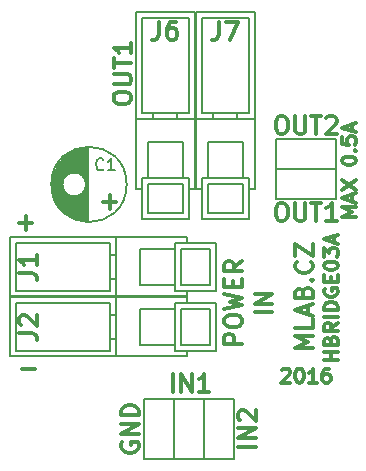
<source format=gbr>
G04 #@! TF.FileFunction,Legend,Top*
%FSLAX46Y46*%
G04 Gerber Fmt 4.6, Leading zero omitted, Abs format (unit mm)*
G04 Created by KiCad (PCBNEW no-vcs-found-undefined) date Sun Nov 13 17:21:01 2016*
%MOMM*%
%LPD*%
G01*
G04 APERTURE LIST*
%ADD10C,1.300000*%
%ADD11C,0.300000*%
%ADD12C,0.150000*%
%ADD13C,0.304800*%
G04 APERTURE END LIST*
D10*
D11*
X23058714Y24189428D02*
X23344428Y24189428D01*
X23487285Y24118000D01*
X23630142Y23975142D01*
X23701571Y23689428D01*
X23701571Y23189428D01*
X23630142Y22903714D01*
X23487285Y22760857D01*
X23344428Y22689428D01*
X23058714Y22689428D01*
X22915857Y22760857D01*
X22773000Y22903714D01*
X22701571Y23189428D01*
X22701571Y23689428D01*
X22773000Y23975142D01*
X22915857Y24118000D01*
X23058714Y24189428D01*
X24344428Y24189428D02*
X24344428Y22975142D01*
X24415857Y22832285D01*
X24487285Y22760857D01*
X24630142Y22689428D01*
X24915857Y22689428D01*
X25058714Y22760857D01*
X25130142Y22832285D01*
X25201571Y22975142D01*
X25201571Y24189428D01*
X25701571Y24189428D02*
X26558714Y24189428D01*
X26130142Y22689428D02*
X26130142Y24189428D01*
X27844428Y22689428D02*
X26987285Y22689428D01*
X27415857Y22689428D02*
X27415857Y24189428D01*
X27273000Y23975142D01*
X27130142Y23832285D01*
X26987285Y23760857D01*
X8064571Y24276857D02*
X9207428Y24276857D01*
X8636000Y23705428D02*
X8636000Y24848285D01*
X23215857Y10067857D02*
X23273000Y10125000D01*
X23387285Y10182142D01*
X23673000Y10182142D01*
X23787285Y10125000D01*
X23844428Y10067857D01*
X23901571Y9953571D01*
X23901571Y9839285D01*
X23844428Y9667857D01*
X23158714Y8982142D01*
X23901571Y8982142D01*
X24644428Y10182142D02*
X24758714Y10182142D01*
X24873000Y10125000D01*
X24930142Y10067857D01*
X24987285Y9953571D01*
X25044428Y9725000D01*
X25044428Y9439285D01*
X24987285Y9210714D01*
X24930142Y9096428D01*
X24873000Y9039285D01*
X24758714Y8982142D01*
X24644428Y8982142D01*
X24530142Y9039285D01*
X24473000Y9096428D01*
X24415857Y9210714D01*
X24358714Y9439285D01*
X24358714Y9725000D01*
X24415857Y9953571D01*
X24473000Y10067857D01*
X24530142Y10125000D01*
X24644428Y10182142D01*
X26187285Y8982142D02*
X25501571Y8982142D01*
X25844428Y8982142D02*
X25844428Y10182142D01*
X25730142Y10010714D01*
X25615857Y9896428D01*
X25501571Y9839285D01*
X27215857Y10182142D02*
X26987285Y10182142D01*
X26873000Y10125000D01*
X26815857Y10067857D01*
X26701571Y9896428D01*
X26644428Y9667857D01*
X26644428Y9210714D01*
X26701571Y9096428D01*
X26758714Y9039285D01*
X26873000Y8982142D01*
X27101571Y8982142D01*
X27215857Y9039285D01*
X27273000Y9096428D01*
X27330142Y9210714D01*
X27330142Y9496428D01*
X27273000Y9610714D01*
X27215857Y9667857D01*
X27101571Y9725000D01*
X26873000Y9725000D01*
X26758714Y9667857D01*
X26701571Y9610714D01*
X26644428Y9496428D01*
X27974857Y10900428D02*
X26774857Y10900428D01*
X27346285Y10900428D02*
X27346285Y11586142D01*
X27974857Y11586142D02*
X26774857Y11586142D01*
X27346285Y12557571D02*
X27403428Y12728999D01*
X27460571Y12786142D01*
X27574857Y12843285D01*
X27746285Y12843285D01*
X27860571Y12786142D01*
X27917714Y12728999D01*
X27974857Y12614714D01*
X27974857Y12157571D01*
X26774857Y12157571D01*
X26774857Y12557571D01*
X26832000Y12671857D01*
X26889142Y12728999D01*
X27003428Y12786142D01*
X27117714Y12786142D01*
X27232000Y12728999D01*
X27289142Y12671857D01*
X27346285Y12557571D01*
X27346285Y12157571D01*
X27974857Y14043285D02*
X27403428Y13643285D01*
X27974857Y13357571D02*
X26774857Y13357571D01*
X26774857Y13814714D01*
X26832000Y13928999D01*
X26889142Y13986142D01*
X27003428Y14043285D01*
X27174857Y14043285D01*
X27289142Y13986142D01*
X27346285Y13928999D01*
X27403428Y13814714D01*
X27403428Y13357571D01*
X27974857Y14557571D02*
X26774857Y14557571D01*
X27974857Y15128999D02*
X26774857Y15128999D01*
X26774857Y15414714D01*
X26832000Y15586142D01*
X26946285Y15700428D01*
X27060571Y15757571D01*
X27289142Y15814714D01*
X27460571Y15814714D01*
X27689142Y15757571D01*
X27803428Y15700428D01*
X27917714Y15586142D01*
X27974857Y15414714D01*
X27974857Y15128999D01*
X26832000Y16957571D02*
X26774857Y16843285D01*
X26774857Y16671857D01*
X26832000Y16500428D01*
X26946285Y16386142D01*
X27060571Y16328999D01*
X27289142Y16271857D01*
X27460571Y16271857D01*
X27689142Y16328999D01*
X27803428Y16386142D01*
X27917714Y16500428D01*
X27974857Y16671857D01*
X27974857Y16786142D01*
X27917714Y16957571D01*
X27860571Y17014714D01*
X27460571Y17014714D01*
X27460571Y16786142D01*
X27346285Y17528999D02*
X27346285Y17928999D01*
X27974857Y18100428D02*
X27974857Y17528999D01*
X26774857Y17528999D01*
X26774857Y18100428D01*
X26774857Y18843285D02*
X26774857Y18957571D01*
X26832000Y19071857D01*
X26889142Y19128999D01*
X27003428Y19186142D01*
X27232000Y19243285D01*
X27517714Y19243285D01*
X27746285Y19186142D01*
X27860571Y19128999D01*
X27917714Y19071857D01*
X27974857Y18957571D01*
X27974857Y18843285D01*
X27917714Y18728999D01*
X27860571Y18671857D01*
X27746285Y18614714D01*
X27517714Y18557571D01*
X27232000Y18557571D01*
X27003428Y18614714D01*
X26889142Y18671857D01*
X26832000Y18728999D01*
X26774857Y18843285D01*
X26774857Y19643285D02*
X26774857Y20386142D01*
X27232000Y19986142D01*
X27232000Y20157571D01*
X27289142Y20271857D01*
X27346285Y20328999D01*
X27460571Y20386142D01*
X27746285Y20386142D01*
X27860571Y20328999D01*
X27917714Y20271857D01*
X27974857Y20157571D01*
X27974857Y19814714D01*
X27917714Y19700428D01*
X27860571Y19643285D01*
X27632000Y20843285D02*
X27632000Y21414714D01*
X27974857Y20728999D02*
X26774857Y21128999D01*
X27974857Y21528999D01*
X25824571Y11934571D02*
X24324571Y11934571D01*
X25396000Y12434571D01*
X24324571Y12934571D01*
X25824571Y12934571D01*
X25824571Y14363142D02*
X25824571Y13648857D01*
X24324571Y13648857D01*
X25396000Y14791714D02*
X25396000Y15506000D01*
X25824571Y14648857D02*
X24324571Y15148857D01*
X25824571Y15648857D01*
X25038857Y16648857D02*
X25110285Y16863142D01*
X25181714Y16934571D01*
X25324571Y17006000D01*
X25538857Y17006000D01*
X25681714Y16934571D01*
X25753142Y16863142D01*
X25824571Y16720285D01*
X25824571Y16148857D01*
X24324571Y16148857D01*
X24324571Y16648857D01*
X24396000Y16791714D01*
X24467428Y16863142D01*
X24610285Y16934571D01*
X24753142Y16934571D01*
X24896000Y16863142D01*
X24967428Y16791714D01*
X25038857Y16648857D01*
X25038857Y16148857D01*
X25681714Y17648857D02*
X25753142Y17720285D01*
X25824571Y17648857D01*
X25753142Y17577428D01*
X25681714Y17648857D01*
X25824571Y17648857D01*
X25681714Y19220285D02*
X25753142Y19148857D01*
X25824571Y18934571D01*
X25824571Y18791714D01*
X25753142Y18577428D01*
X25610285Y18434571D01*
X25467428Y18363142D01*
X25181714Y18291714D01*
X24967428Y18291714D01*
X24681714Y18363142D01*
X24538857Y18434571D01*
X24396000Y18577428D01*
X24324571Y18791714D01*
X24324571Y18934571D01*
X24396000Y19148857D01*
X24467428Y19220285D01*
X24324571Y19720285D02*
X24324571Y20720285D01*
X25824571Y19720285D01*
X25824571Y20720285D01*
X1206571Y10179857D02*
X2349428Y10179857D01*
X8957571Y32964714D02*
X8957571Y33250428D01*
X9029000Y33393285D01*
X9171857Y33536142D01*
X9457571Y33607571D01*
X9957571Y33607571D01*
X10243285Y33536142D01*
X10386142Y33393285D01*
X10457571Y33250428D01*
X10457571Y32964714D01*
X10386142Y32821857D01*
X10243285Y32679000D01*
X9957571Y32607571D01*
X9457571Y32607571D01*
X9171857Y32679000D01*
X9029000Y32821857D01*
X8957571Y32964714D01*
X8957571Y34250428D02*
X10171857Y34250428D01*
X10314714Y34321857D01*
X10386142Y34393285D01*
X10457571Y34536142D01*
X10457571Y34821857D01*
X10386142Y34964714D01*
X10314714Y35036142D01*
X10171857Y35107571D01*
X8957571Y35107571D01*
X8957571Y35607571D02*
X8957571Y36464714D01*
X10457571Y36036142D02*
X8957571Y36036142D01*
X10457571Y37750428D02*
X10457571Y36893285D01*
X10457571Y37321857D02*
X8957571Y37321857D01*
X9171857Y37179000D01*
X9314714Y37036142D01*
X9386142Y36893285D01*
X23058714Y31555428D02*
X23344428Y31555428D01*
X23487285Y31484000D01*
X23630142Y31341142D01*
X23701571Y31055428D01*
X23701571Y30555428D01*
X23630142Y30269714D01*
X23487285Y30126857D01*
X23344428Y30055428D01*
X23058714Y30055428D01*
X22915857Y30126857D01*
X22773000Y30269714D01*
X22701571Y30555428D01*
X22701571Y31055428D01*
X22773000Y31341142D01*
X22915857Y31484000D01*
X23058714Y31555428D01*
X24344428Y31555428D02*
X24344428Y30341142D01*
X24415857Y30198285D01*
X24487285Y30126857D01*
X24630142Y30055428D01*
X24915857Y30055428D01*
X25058714Y30126857D01*
X25130142Y30198285D01*
X25201571Y30341142D01*
X25201571Y31555428D01*
X25701571Y31555428D02*
X26558714Y31555428D01*
X26130142Y30055428D02*
X26130142Y31555428D01*
X26987285Y31412571D02*
X27058714Y31484000D01*
X27201571Y31555428D01*
X27558714Y31555428D01*
X27701571Y31484000D01*
X27773000Y31412571D01*
X27844428Y31269714D01*
X27844428Y31126857D01*
X27773000Y30912571D01*
X26915857Y30055428D01*
X27844428Y30055428D01*
X29498857Y23038285D02*
X28298857Y23038285D01*
X29156000Y23438285D01*
X28298857Y23838285D01*
X29498857Y23838285D01*
X29156000Y24352571D02*
X29156000Y24924000D01*
X29498857Y24238285D02*
X28298857Y24638285D01*
X29498857Y25038285D01*
X28298857Y25324000D02*
X29498857Y26124000D01*
X28298857Y26124000D02*
X29498857Y25324000D01*
X28298857Y27724000D02*
X28298857Y27838285D01*
X28356000Y27952571D01*
X28413142Y28009714D01*
X28527428Y28066857D01*
X28756000Y28124000D01*
X29041714Y28124000D01*
X29270285Y28066857D01*
X29384571Y28009714D01*
X29441714Y27952571D01*
X29498857Y27838285D01*
X29498857Y27724000D01*
X29441714Y27609714D01*
X29384571Y27552571D01*
X29270285Y27495428D01*
X29041714Y27438285D01*
X28756000Y27438285D01*
X28527428Y27495428D01*
X28413142Y27552571D01*
X28356000Y27609714D01*
X28298857Y27724000D01*
X29384571Y28638285D02*
X29441714Y28695428D01*
X29498857Y28638285D01*
X29441714Y28581142D01*
X29384571Y28638285D01*
X29498857Y28638285D01*
X28298857Y29781142D02*
X28298857Y29209714D01*
X28870285Y29152571D01*
X28813142Y29209714D01*
X28756000Y29324000D01*
X28756000Y29609714D01*
X28813142Y29724000D01*
X28870285Y29781142D01*
X28984571Y29838285D01*
X29270285Y29838285D01*
X29384571Y29781142D01*
X29441714Y29724000D01*
X29498857Y29609714D01*
X29498857Y29324000D01*
X29441714Y29209714D01*
X29384571Y29152571D01*
X29156000Y30295428D02*
X29156000Y30866857D01*
X29498857Y30181142D02*
X28298857Y30581142D01*
X29498857Y30981142D01*
X19850571Y12283714D02*
X18350571Y12283714D01*
X18350571Y12855142D01*
X18422000Y12998000D01*
X18493428Y13069428D01*
X18636285Y13140857D01*
X18850571Y13140857D01*
X18993428Y13069428D01*
X19064857Y12998000D01*
X19136285Y12855142D01*
X19136285Y12283714D01*
X18350571Y14069428D02*
X18350571Y14355142D01*
X18422000Y14498000D01*
X18564857Y14640857D01*
X18850571Y14712285D01*
X19350571Y14712285D01*
X19636285Y14640857D01*
X19779142Y14498000D01*
X19850571Y14355142D01*
X19850571Y14069428D01*
X19779142Y13926571D01*
X19636285Y13783714D01*
X19350571Y13712285D01*
X18850571Y13712285D01*
X18564857Y13783714D01*
X18422000Y13926571D01*
X18350571Y14069428D01*
X18350571Y15212285D02*
X19850571Y15569428D01*
X18779142Y15855142D01*
X19850571Y16140857D01*
X18350571Y16498000D01*
X19064857Y17069428D02*
X19064857Y17569428D01*
X19850571Y17783714D02*
X19850571Y17069428D01*
X18350571Y17069428D01*
X18350571Y17783714D01*
X19850571Y19283714D02*
X19136285Y18783714D01*
X19850571Y18426571D02*
X18350571Y18426571D01*
X18350571Y18998000D01*
X18422000Y19140857D01*
X18493428Y19212285D01*
X18636285Y19283714D01*
X18850571Y19283714D01*
X18993428Y19212285D01*
X19064857Y19140857D01*
X19136285Y18998000D01*
X19136285Y18426571D01*
X22400571Y14962285D02*
X20900571Y14962285D01*
X22400571Y15676571D02*
X20900571Y15676571D01*
X22400571Y16533714D01*
X20900571Y16533714D01*
X952571Y22498857D02*
X2095428Y22498857D01*
X1524000Y21927428D02*
X1524000Y23070285D01*
X9664000Y3937142D02*
X9592571Y3794285D01*
X9592571Y3580000D01*
X9664000Y3365714D01*
X9806857Y3222857D01*
X9949714Y3151428D01*
X10235428Y3080000D01*
X10449714Y3080000D01*
X10735428Y3151428D01*
X10878285Y3222857D01*
X11021142Y3365714D01*
X11092571Y3580000D01*
X11092571Y3722857D01*
X11021142Y3937142D01*
X10949714Y4008571D01*
X10449714Y4008571D01*
X10449714Y3722857D01*
X11092571Y4651428D02*
X9592571Y4651428D01*
X11092571Y5508571D01*
X9592571Y5508571D01*
X11092571Y6222857D02*
X9592571Y6222857D01*
X9592571Y6580000D01*
X9664000Y6794285D01*
X9806857Y6937142D01*
X9949714Y7008571D01*
X10235428Y7080000D01*
X10449714Y7080000D01*
X10735428Y7008571D01*
X10878285Y6937142D01*
X11021142Y6794285D01*
X11092571Y6580000D01*
X11092571Y6222857D01*
X20998571Y3580000D02*
X19498571Y3580000D01*
X20998571Y4294285D02*
X19498571Y4294285D01*
X20998571Y5151428D01*
X19498571Y5151428D01*
X19641428Y5794285D02*
X19570000Y5865714D01*
X19498571Y6008571D01*
X19498571Y6365714D01*
X19570000Y6508571D01*
X19641428Y6580000D01*
X19784285Y6651428D01*
X19927142Y6651428D01*
X20141428Y6580000D01*
X20998571Y5722857D01*
X20998571Y6651428D01*
X13993999Y8211428D02*
X13993999Y9711428D01*
X14708285Y8211428D02*
X14708285Y9711428D01*
X15565428Y8211428D01*
X15565428Y9711428D01*
X17065428Y8211428D02*
X16208285Y8211428D01*
X16636857Y8211428D02*
X16636857Y9711428D01*
X16493999Y9497142D01*
X16351142Y9354285D01*
X16208285Y9282857D01*
D12*
X15160000Y16296000D02*
X15160000Y16796000D01*
X15160000Y20796000D02*
X15160000Y21296000D01*
X9160000Y16295900D02*
X9160000Y21296100D01*
X160000Y16295900D02*
X160000Y21296100D01*
X17160000Y17295000D02*
X17160000Y20297000D01*
X14660100Y17295000D02*
X14660100Y20297000D01*
X17660100Y20796000D02*
X17660100Y16796000D01*
X14160000Y20796000D02*
X14160000Y16796000D01*
X11160000Y17295900D02*
X11160000Y20296100D01*
X8659900Y20796000D02*
X8659900Y16796000D01*
X659900Y16796000D02*
X659900Y20796000D01*
X8659900Y17796000D02*
X9160000Y17796000D01*
X14660100Y17296000D02*
X17160000Y17296000D01*
X14160000Y16796000D02*
X17660100Y16796000D01*
X8659900Y19796000D02*
X9160000Y19796000D01*
X14660100Y20296000D02*
X17160000Y20296000D01*
X14160000Y20796000D02*
X17661000Y20796000D01*
X11160000Y17296000D02*
X14160000Y17296000D01*
X659900Y16796000D02*
X8659900Y16796000D01*
X9160000Y16296000D02*
X15160000Y16296000D01*
X11160000Y20296000D02*
X14160000Y20296000D01*
X659900Y20796000D02*
X8659900Y20796000D01*
X9160000Y21296000D02*
X15160000Y21296000D01*
X9160000Y16296000D02*
X160000Y16296000D01*
X160000Y21296000D02*
X9160000Y21296000D01*
X160000Y16216000D02*
X9160000Y16216000D01*
X9160000Y11216000D02*
X160000Y11216000D01*
X9160000Y16216000D02*
X15160000Y16216000D01*
X659900Y15716000D02*
X8659900Y15716000D01*
X11160000Y15216000D02*
X14160000Y15216000D01*
X9160000Y11216000D02*
X15160000Y11216000D01*
X659900Y11716000D02*
X8659900Y11716000D01*
X11160000Y12216000D02*
X14160000Y12216000D01*
X14160000Y15716000D02*
X17661000Y15716000D01*
X14660100Y15216000D02*
X17160000Y15216000D01*
X8659900Y14716000D02*
X9160000Y14716000D01*
X14160000Y11716000D02*
X17660100Y11716000D01*
X14660100Y12216000D02*
X17160000Y12216000D01*
X8659900Y12716000D02*
X9160000Y12716000D01*
X659900Y11716000D02*
X659900Y15716000D01*
X8659900Y15716000D02*
X8659900Y11716000D01*
X11160000Y12215900D02*
X11160000Y15216100D01*
X14160000Y15716000D02*
X14160000Y11716000D01*
X17660100Y15716000D02*
X17660100Y11716000D01*
X14660100Y12215000D02*
X14660100Y15217000D01*
X17160000Y12215000D02*
X17160000Y15217000D01*
X160000Y11215900D02*
X160000Y16216100D01*
X9160000Y11215900D02*
X9160000Y16216100D01*
X15160000Y15716000D02*
X15160000Y16216000D01*
X15160000Y11216000D02*
X15160000Y11716000D01*
X14097000Y2540000D02*
X14097000Y7620000D01*
X14097000Y7620000D02*
X16637000Y7620000D01*
X16637000Y7620000D02*
X16637000Y2540000D01*
X16637000Y2540000D02*
X14097000Y2540000D01*
X19177000Y2540000D02*
X16637000Y2540000D01*
X19177000Y7620000D02*
X19177000Y2540000D01*
X16637000Y7620000D02*
X19177000Y7620000D01*
X16637000Y2540000D02*
X16637000Y7620000D01*
X11557000Y2540000D02*
X11557000Y7620000D01*
X11557000Y7620000D02*
X14097000Y7620000D01*
X14097000Y7620000D02*
X14097000Y2540000D01*
X14097000Y2540000D02*
X11557000Y2540000D01*
X15835000Y40353000D02*
X15835000Y31353000D01*
X10835000Y31353000D02*
X10835000Y40353000D01*
X15835000Y31353000D02*
X15835000Y25353000D01*
X15335000Y39853100D02*
X15335000Y31853100D01*
X14835000Y29353000D02*
X14835000Y26353000D01*
X10835000Y31353000D02*
X10835000Y25353000D01*
X11335000Y39853100D02*
X11335000Y31853100D01*
X11835000Y29353000D02*
X11835000Y26353000D01*
X15335000Y26353000D02*
X15335000Y22852000D01*
X14835000Y25852900D02*
X14835000Y23353000D01*
X14335000Y31853100D02*
X14335000Y31353000D01*
X11335000Y26353000D02*
X11335000Y22852900D01*
X11835000Y25852900D02*
X11835000Y23353000D01*
X12335000Y31853100D02*
X12335000Y31353000D01*
X11335000Y39853100D02*
X15335000Y39853100D01*
X15335000Y31853100D02*
X11335000Y31853100D01*
X11834900Y29353000D02*
X14835100Y29353000D01*
X15335000Y26353000D02*
X11335000Y26353000D01*
X15335000Y22852900D02*
X11335000Y22852900D01*
X11834000Y25852900D02*
X14836000Y25852900D01*
X11834000Y23353000D02*
X14836000Y23353000D01*
X10834900Y40353000D02*
X15835100Y40353000D01*
X10834900Y31353000D02*
X15835100Y31353000D01*
X15335000Y25353000D02*
X15835000Y25353000D01*
X10835000Y25353000D02*
X11335000Y25353000D01*
X15915000Y25353000D02*
X16415000Y25353000D01*
X20415000Y25353000D02*
X20915000Y25353000D01*
X15914900Y31353000D02*
X20915100Y31353000D01*
X15914900Y40353000D02*
X20915100Y40353000D01*
X16914000Y23353000D02*
X19916000Y23353000D01*
X16914000Y25852900D02*
X19916000Y25852900D01*
X20415000Y22852900D02*
X16415000Y22852900D01*
X20415000Y26353000D02*
X16415000Y26353000D01*
X16914900Y29353000D02*
X19915100Y29353000D01*
X20415000Y31853100D02*
X16415000Y31853100D01*
X16415000Y39853100D02*
X20415000Y39853100D01*
X17415000Y31853100D02*
X17415000Y31353000D01*
X16915000Y25852900D02*
X16915000Y23353000D01*
X16415000Y26353000D02*
X16415000Y22852900D01*
X19415000Y31853100D02*
X19415000Y31353000D01*
X19915000Y25852900D02*
X19915000Y23353000D01*
X20415000Y26353000D02*
X20415000Y22852000D01*
X16915000Y29353000D02*
X16915000Y26353000D01*
X16415000Y39853100D02*
X16415000Y31853100D01*
X15915000Y31353000D02*
X15915000Y25353000D01*
X19915000Y29353000D02*
X19915000Y26353000D01*
X20415000Y39853100D02*
X20415000Y31853100D01*
X20915000Y31353000D02*
X20915000Y25353000D01*
X15915000Y31353000D02*
X15915000Y40353000D01*
X20915000Y40353000D02*
X20915000Y31353000D01*
X10065500Y25781000D02*
G75*
G03X10065500Y25781000I-3187500J0D01*
G01*
X6628000Y25781000D02*
G75*
G03X6628000Y25781000I-1000000J0D01*
G01*
X3863000Y24869000D02*
X3863000Y26693000D01*
X4003000Y24494000D02*
X4003000Y27068000D01*
X4143000Y24218000D02*
X4143000Y27344000D01*
X4283000Y23995000D02*
X4283000Y27567000D01*
X4423000Y23807000D02*
X4423000Y27755000D01*
X4563000Y23645000D02*
X4563000Y27917000D01*
X4703000Y26161000D02*
X4703000Y28060000D01*
X4703000Y23502000D02*
X4703000Y25401000D01*
X4843000Y26400000D02*
X4843000Y28185000D01*
X4843000Y23377000D02*
X4843000Y25162000D01*
X4983000Y26545000D02*
X4983000Y28297000D01*
X4983000Y23265000D02*
X4983000Y25017000D01*
X5123000Y26644000D02*
X5123000Y28397000D01*
X5123000Y23165000D02*
X5123000Y24918000D01*
X5263000Y26712000D02*
X5263000Y28485000D01*
X5263000Y23077000D02*
X5263000Y24850000D01*
X5403000Y26755000D02*
X5403000Y28564000D01*
X5403000Y22998000D02*
X5403000Y24807000D01*
X5543000Y26777000D02*
X5543000Y28634000D01*
X5543000Y22928000D02*
X5543000Y24785000D01*
X5683000Y26779000D02*
X5683000Y28696000D01*
X5683000Y22866000D02*
X5683000Y24783000D01*
X5823000Y26762000D02*
X5823000Y28749000D01*
X5823000Y22813000D02*
X5823000Y24800000D01*
X5963000Y26723000D02*
X5963000Y28795000D01*
X5963000Y22767000D02*
X5963000Y24839000D01*
X6103000Y26661000D02*
X6103000Y28834000D01*
X6103000Y22728000D02*
X6103000Y24901000D01*
X6243000Y26570000D02*
X6243000Y28866000D01*
X6243000Y22696000D02*
X6243000Y24992000D01*
X6383000Y26437000D02*
X6383000Y28892000D01*
X6383000Y22670000D02*
X6383000Y25125000D01*
X6523000Y26227000D02*
X6523000Y28911000D01*
X6523000Y22651000D02*
X6523000Y25335000D01*
X6663000Y22638000D02*
X6663000Y28924000D01*
X6803000Y22632000D02*
X6803000Y28930000D01*
X22733000Y24511000D02*
X22733000Y27051000D01*
X27813000Y24511000D02*
X22733000Y24511000D01*
X27813000Y27051000D02*
X27813000Y24511000D01*
X22733000Y27051000D02*
X27813000Y27051000D01*
X22733000Y29591000D02*
X27813000Y29591000D01*
X27813000Y29591000D02*
X27813000Y27051000D01*
X27813000Y27051000D02*
X22733000Y27051000D01*
X22733000Y27051000D02*
X22733000Y29591000D01*
D13*
X943428Y18288000D02*
X2032000Y18288000D01*
X2249714Y18215428D01*
X2394857Y18070285D01*
X2467428Y17852571D01*
X2467428Y17707428D01*
X2467428Y19812000D02*
X2467428Y18941142D01*
X2467428Y19376571D02*
X943428Y19376571D01*
X1161142Y19231428D01*
X1306285Y19086285D01*
X1378857Y18941142D01*
X943428Y13208000D02*
X2032000Y13208000D01*
X2249714Y13135428D01*
X2394857Y12990285D01*
X2467428Y12772571D01*
X2467428Y12627428D01*
X1088571Y13861142D02*
X1016000Y13933714D01*
X943428Y14078857D01*
X943428Y14441714D01*
X1016000Y14586857D01*
X1088571Y14659428D01*
X1233714Y14732000D01*
X1378857Y14732000D01*
X1596571Y14659428D01*
X2467428Y13788571D01*
X2467428Y14732000D01*
X12827000Y39569571D02*
X12827000Y38481000D01*
X12754428Y38263285D01*
X12609285Y38118142D01*
X12391571Y38045571D01*
X12246428Y38045571D01*
X14205857Y39569571D02*
X13915571Y39569571D01*
X13770428Y39497000D01*
X13697857Y39424428D01*
X13552714Y39206714D01*
X13480142Y38916428D01*
X13480142Y38335857D01*
X13552714Y38190714D01*
X13625285Y38118142D01*
X13770428Y38045571D01*
X14060714Y38045571D01*
X14205857Y38118142D01*
X14278428Y38190714D01*
X14351000Y38335857D01*
X14351000Y38698714D01*
X14278428Y38843857D01*
X14205857Y38916428D01*
X14060714Y38989000D01*
X13770428Y38989000D01*
X13625285Y38916428D01*
X13552714Y38843857D01*
X13480142Y38698714D01*
X17907000Y39569571D02*
X17907000Y38481000D01*
X17834428Y38263285D01*
X17689285Y38118142D01*
X17471571Y38045571D01*
X17326428Y38045571D01*
X18487571Y39569571D02*
X19503571Y39569571D01*
X18850428Y38045571D01*
D12*
X8088333Y27074857D02*
X8040714Y27027238D01*
X7897857Y26979619D01*
X7802619Y26979619D01*
X7659761Y27027238D01*
X7564523Y27122476D01*
X7516904Y27217714D01*
X7469285Y27408190D01*
X7469285Y27551047D01*
X7516904Y27741523D01*
X7564523Y27836761D01*
X7659761Y27932000D01*
X7802619Y27979619D01*
X7897857Y27979619D01*
X8040714Y27932000D01*
X8088333Y27884380D01*
X9040714Y26979619D02*
X8469285Y26979619D01*
X8755000Y26979619D02*
X8755000Y27979619D01*
X8659761Y27836761D01*
X8564523Y27741523D01*
X8469285Y27693904D01*
M02*

</source>
